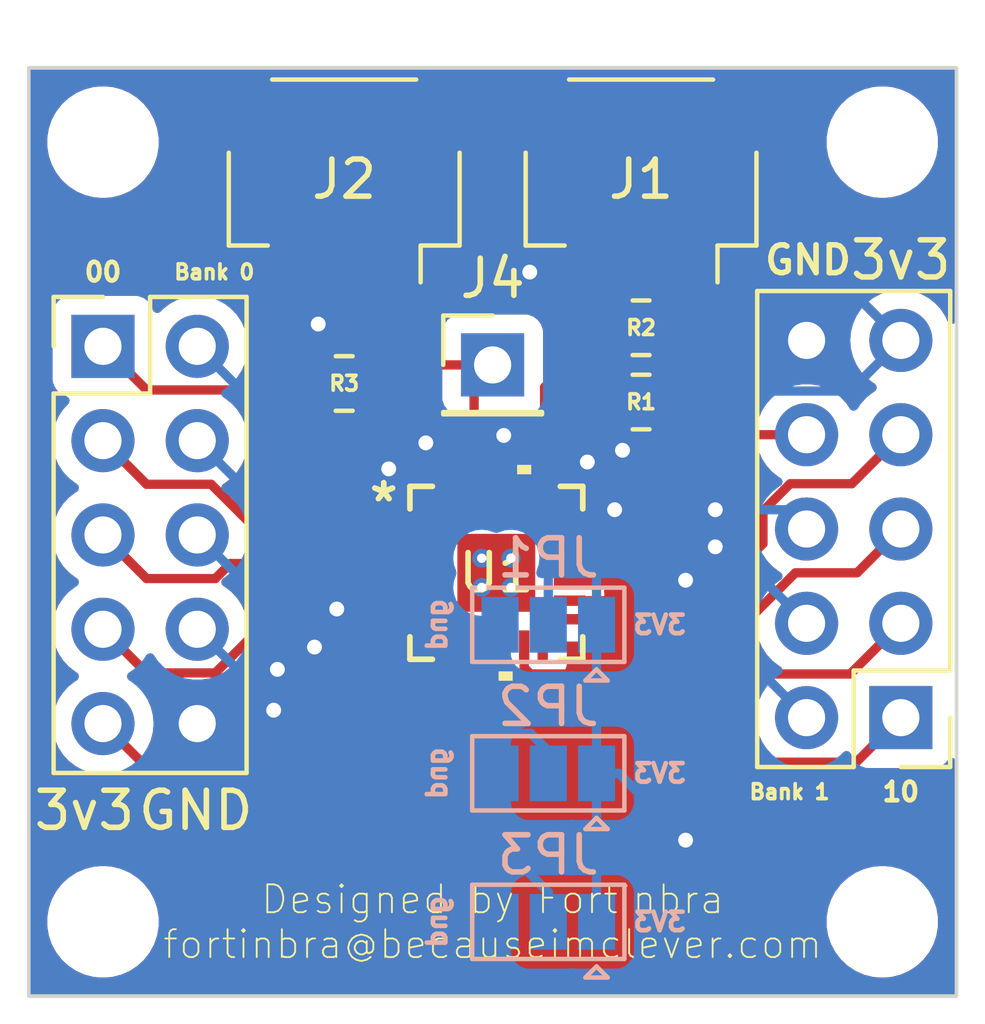
<source format=kicad_pcb>
(kicad_pcb (version 20221018) (generator pcbnew)
  (layers (0 "F.Cu" signal) (31 "B.Cu" signal) (34 "B.Paste" user) (35 "F.Paste" user) (36 "B.SilkS" user "B.Silkscreen") (37 "F.SilkS" user "F.Silkscreen") (38 "B.Mask" user) (39 "F.Mask" user) (44 "Edge.Cuts" user))
  (net 0 "")
  (net 1 "+3.3V")
  (net 2 "SDA")
  (net 3 "SCL")
  (net 4 "GND")
  (net 5 "P00")
  (net 6 "P01")
  (net 7 "P02")
  (net 8 "P03")
  (net 9 "P04")
  (net 10 "P06")
  (net 11 "P07")
  (net 12 "P10")
  (net 13 "P11")
  (net 14 "P12")
  (net 15 "P13")
  (net 16 "P14")
  (net 17 "P15")
  (net 18 "P16")
  (net 19 "P17")
  (net 20 "INT")
  (net 21 "A1")
  (net 22 "A2")
  (net 23 "P05")
  (net 24 "A0")
  (footprint "PCA9555RGER:RGE24_2P1X2P1" (layer "F.Cu") (at 170.6 87.6)
    (fp_text reference "U1" (at 0 0 unlocked) (layer "F.SilkS"))
    (fp_text value "PCA9555RGER")
    (fp_text user "*" (at -3.035 -1.881 unlocked) (layer "F.SilkS"))
    (fp_text user "*" (at -3.035 -1.881) (layer "F.SilkS"))
    (fp_line (start -2.329 -2.329) (end -2.329 -1.72274) (stroke (width 0.1524)) (layer "F.SilkS"))
    (fp_line (start -2.329 1.72274) (end -2.329 2.329) (stroke (width 0.1524)) (layer "F.SilkS"))
    (fp_line (start -2.329 2.329) (end -1.723055 2.329) (stroke (width 0.1524)) (layer "F.SilkS"))
    (fp_line (start -1.723055 -2.329) (end -2.329 -2.329) (stroke (width 0.1524)) (layer "F.SilkS"))
    (fp_line (start 1.723055 2.329) (end 2.329 2.329) (stroke (width 0.1524)) (layer "F.SilkS"))
    (fp_line (start 2.329 -2.329) (end 1.723055 -2.329) (stroke (width 0.1524)) (layer "F.SilkS"))
    (fp_line (start 2.329 -1.72274) (end 2.329 -2.329) (stroke (width 0.1524)) (layer "F.SilkS"))
    (fp_line (start 2.329 2.329) (end 2.329 1.72274) (stroke (width 0.1524)) (layer "F.SilkS"))
    (fp_poly (pts (xy 0.059563 2.654) (xy 0.059563 2.908) (xy 0.440563 2.908) (xy 0.440563 2.654)) (fill solid) (layer "F.SilkS"))
    (fp_poly (pts (xy 0.559689 -2.654) (xy 0.559689 -2.908) (xy 0.940689 -2.908) (xy 0.940689 -2.654)) (fill solid) (layer "F.SilkS"))
    (pad "1" smd rect (at -1.975 -1.25 90) (size 0.28 0.85) (layers "F.Cu" "F.Mask") (net 5 "P00"))
    (pad "2" smd rect (at -1.975 -0.750001 90) (size 0.28 0.85) (layers "F.Cu" "F.Mask") (net 6 "P01"))
    (pad "3" smd rect (at -1.975 -0.25 90) (size 0.28 0.85) (layers "F.Cu" "F.Mask") (net 7 "P02"))
    (pad "4" smd rect (at -1.975 0.25 90) (size 0.28 0.85) (layers "F.Cu" "F.Mask") (net 8 "P03"))
    (pad "5" smd rect (at -1.975 0.750001 90) (size 0.28 0.85) (layers "F.Cu" "F.Mask") (net 9 "P04"))
    (pad "6" smd rect (at -1.975 1.25 90) (size 0.28 0.85) (layers "F.Cu" "F.Mask") (net 23 "P05"))
    (pad "7" smd rect (at -1.250315 1.975) (size 0.28 0.85) (layers "F.Cu" "F.Mask") (net 10 "P06"))
    (pad "8" smd rect (at -0.750189 1.975) (size 0.28 0.85) (layers "F.Cu" "F.Mask") (net 11 "P07"))
    (pad "9" smd rect (at -0.250063 1.975) (size 0.28 0.85) (layers "F.Cu" "F.Mask") (net 4 "GND"))
    (pad "10" smd rect (at 0.250063 1.975) (size 0.28 0.85) (layers "F.Cu" "F.Mask") (net 12 "P10"))
    (pad "11" smd rect (at 0.750189 1.975) (size 0.28 0.85) (layers "F.Cu" "F.Mask") (net 13 "P11"))
    (pad "12" smd rect (at 1.250315 1.975) (size 0.28 0.85) (layers "F.Cu" "F.Mask") (net 14 "P12"))
    (pad "13" smd rect (at 1.975 1.25 90) (size 0.28 0.85) (layers "F.Cu" "F.Mask") (net 15 "P13"))
    (pad "14" smd rect (at 1.975 0.750001 90) (size 0.28 0.85) (layers "F.Cu" "F.Mask") (net 16 "P14"))
    (pad "15" smd rect (at 1.975 0.25 90) (size 0.28 0.85) (layers "F.Cu" "F.Mask") (net 17 "P15"))
    (pad "16" smd rect (at 1.975 -0.25 90) (size 0.28 0.85) (layers "F.Cu" "F.Mask") (net 18 "P16"))
    (pad "17" smd rect (at 1.975 -0.750001 90) (size 0.28 0.85) (layers "F.Cu" "F.Mask") (net 19 "P17"))
    (pad "18" smd rect (at 1.975 -1.25 90) (size 0.28 0.85) (layers "F.Cu" "F.Mask") (net 24 "A0"))
    (pad "19" smd rect (at 1.250315 -1.975) (size 0.28 0.85) (layers "F.Cu" "F.Mask") (net 3 "SCL"))
    (pad "20" smd rect (at 0.750189 -1.975) (size 0.28 0.85) (layers "F.Cu" "F.Mask") (net 2 "SDA"))
    (pad "21" smd rect (at 0.250063 -1.975) (size 0.28 0.85) (layers "F.Cu" "F.Mask") (net 1 "+3.3V"))
    (pad "22" smd rect (at -0.250063 -1.975) (size 0.28 0.85) (layers "F.Cu" "F.Mask") (net 20 "INT"))
    (pad "23" smd rect (at -0.750189 -1.975) (size 0.28 0.85) (layers "F.Cu" "F.Mask") (net 21 "A1"))
    (pad "24" smd rect (at -1.250315 -1.975) (size 0.28 0.85) (layers "F.Cu" "F.Mask") (net 22 "A2"))
    (pad "25" smd rect (at 0 0) (size 2.1 2.1) (layers "F.Cu") (net 4 "GND"))
    (pad "V" thru_hole circle (at -0.3937 -0.3937) (size 0.508 0.508) (drill 0.254) (layers "*.Cu" "*.Mask"))
    (pad "V" thru_hole circle (at -0.3937 0.3937) (size 0.508 0.508) (drill 0.254) (layers "*.Cu" "*.Mask"))
    (pad "V" thru_hole circle (at 0.3937 -0.3937) (size 0.508 0.508) (drill 0.254) (layers "*.Cu" "*.Mask"))
    (pad "V" thru_hole circle (at 0.3937 0.3937) (size 0.508 0.508) (drill 0.254) (layers "*.Cu" "*.Mask"))
  )
  (footprint "Connector_JST:JST_SH_SM04B-SRSS-TB_1x04-1MP_P1.00mm_Horizontal" (layer "F.Cu") (at 174.5 77 180)
    (fp_text reference "J1" (at 0 0) (layer "F.SilkS"))
    (fp_text value "Conn_01x04")
    (fp_line (start -3.11 -1.785) (end -2.06 -1.785) (stroke (width 0.12)) (layer "F.SilkS"))
    (fp_line (start -3.11 0.715) (end -3.11 -1.785) (stroke (width 0.12)) (layer "F.SilkS"))
    (fp_line (start -2.06 -1.785) (end -2.06 -2.775) (stroke (width 0.12)) (layer "F.SilkS"))
    (fp_line (start -1.94 2.685) (end 1.94 2.685) (stroke (width 0.12)) (layer "F.SilkS"))
    (fp_line (start 3.11 -1.785) (end 2.06 -1.785) (stroke (width 0.12)) (layer "F.SilkS"))
    (fp_line (start 3.11 0.715) (end 3.11 -1.785) (stroke (width 0.12)) (layer "F.SilkS"))
    (pad "1" smd roundrect (at -1.5 -2 180) (size 0.6 1.55) (layers "F.Cu" "F.Paste" "F.Mask") (net 4 "GND"))
    (pad "2" smd roundrect (at -0.5 -2 180) (size 0.6 1.55) (layers "F.Cu" "F.Paste" "F.Mask") (net 1 "+3.3V"))
    (pad "3" smd roundrect (at 0.5 -2 180) (size 0.6 1.55) (layers "F.Cu" "F.Paste" "F.Mask") (net 2 "SDA"))
    (pad "4" smd roundrect (at 1.5 -2 180) (size 0.6 1.55) (layers "F.Cu" "F.Paste" "F.Mask") (net 3 "SCL"))
    (pad "MP" smd roundrect (at -2.8 1.875 180) (size 1.2 1.8) (layers "F.Cu" "F.Paste" "F.Mask") (roundrect_rratio 0.208333))
    (pad "MP" smd roundrect (at 2.8 1.875 180) (size 1.2 1.8) (layers "F.Cu" "F.Paste" "F.Mask") (roundrect_rratio 0.208333))
  )
  (footprint "MountingHole:MountingHole_2.5mm" (layer "F.Cu") (at 181 97)
    (fp_text reference "H3" hide)
    (fp_text value "MountingHole" hide)
    (pad "" np_thru_hole circle (at 0 0) (size 2.5 2.5) (drill 2.5) (layers "*.Cu" "*.Mask"))
  )
  (footprint "MountingHole:MountingHole_2.5mm" (layer "F.Cu") (at 160 97)
    (fp_text reference "H4" hide)
    (fp_text value "MountingHole" hide)
    (pad "" np_thru_hole circle (at 0 0) (size 2.5 2.5) (drill 2.5) (layers "*.Cu" "*.Mask"))
  )
  (footprint "Resistor_SMD:R_0805_2012Metric_Pad1.20x1.40mm_HandSolder" (layer "F.Cu") (at 174.5 83 180)
    (fp_text reference "R1" (at 0 0) (layer "F.SilkS") (effects (font (size 0.4 0.4) (thickness 0.1))))
    (fp_text value "10k" hide)
    (fp_line (start -0.227064 -0.735) (end 0.227064 -0.735) (stroke (width 0.12)) (layer "F.SilkS"))
    (fp_line (start -0.227064 0.735) (end 0.227064 0.735) (stroke (width 0.12)) (layer "F.SilkS"))
    (pad "1" smd roundrect (at -1 0 180) (size 1.2 1.4) (layers "F.Cu" "F.Paste" "F.Mask") (roundrect_rratio 0.2083333333) (net 1 "+3.3V"))
    (pad "2" smd roundrect (at 1 0 180) (size 1.2 1.4) (layers "F.Cu" "F.Paste" "F.Mask") (roundrect_rratio 0.2083333333) (net 3 "SCL"))
  )
  (footprint "Resistor_SMD:R_0805_2012Metric_Pad1.20x1.40mm_HandSolder" (layer "F.Cu") (at 174.5 81 180)
    (fp_text reference "R2" (at 0 0) (layer "F.SilkS") (effects (font (size 0.4 0.4) (thickness 0.1))))
    (fp_text value "10k" hide)
    (fp_line (start -0.227064 -0.735) (end 0.227064 -0.735) (stroke (width 0.12)) (layer "F.SilkS"))
    (fp_line (start -0.227064 0.735) (end 0.227064 0.735) (stroke (width 0.12)) (layer "F.SilkS"))
    (pad "1" smd roundrect (at -1 0 180) (size 1.2 1.4) (layers "F.Cu" "F.Paste" "F.Mask") (roundrect_rratio 0.2083333333) (net 1 "+3.3V"))
    (pad "2" smd roundrect (at 1 0 180) (size 1.2 1.4) (layers "F.Cu" "F.Paste" "F.Mask") (roundrect_rratio 0.2083333333) (net 2 "SDA"))
  )
  (footprint "Connector_PinHeader_2.54mm:PinHeader_2x05_P2.54mm_Vertical" (layer "F.Cu") (at 181.5 91.5 180)
    (fp_text reference "J6" hide)
    (fp_text value "Conn_02x05_Odd_Even" hide)
    (fp_line (start -1.33 -1.33) (end 0 -1.33) (stroke (width 0.12)) (layer "F.SilkS"))
    (fp_line (start -1.33 0) (end -1.33 -1.33) (stroke (width 0.12)) (layer "F.SilkS"))
    (fp_line (start -1.33 1.27) (end -1.33 11.49) (stroke (width 0.12)) (layer "F.SilkS"))
    (fp_line (start -1.33 1.27) (end 1.27 1.27) (stroke (width 0.12)) (layer "F.SilkS"))
    (fp_line (start -1.33 11.49) (end 3.87 11.49) (stroke (width 0.12)) (layer "F.SilkS"))
    (fp_line (start 1.27 -1.33) (end 3.87 -1.33) (stroke (width 0.12)) (layer "F.SilkS"))
    (fp_line (start 1.27 1.27) (end 1.27 -1.33) (stroke (width 0.12)) (layer "F.SilkS"))
    (fp_line (start 3.87 -1.33) (end 3.87 11.49) (stroke (width 0.12)) (layer "F.SilkS"))
    (pad "1" thru_hole rect (at 0 0 180) (size 1.7 1.7) (drill 1) (layers "*.Cu" "*.Mask") (net 12 "P10"))
    (pad "2" thru_hole oval (at 2.54 0 180) (size 1.7 1.7) (drill 1) (layers "*.Cu" "*.Mask") (net 16 "P14"))
    (pad "3" thru_hole oval (at 0 2.54 180) (size 1.7 1.7) (drill 1) (layers "*.Cu" "*.Mask") (net 13 "P11"))
    (pad "4" thru_hole oval (at 2.54 2.54 180) (size 1.7 1.7) (drill 1) (layers "*.Cu" "*.Mask") (net 17 "P15"))
    (pad "5" thru_hole oval (at 0 5.08 180) (size 1.7 1.7) (drill 1) (layers "*.Cu" "*.Mask") (net 14 "P12"))
    (pad "6" thru_hole oval (at 2.54 5.08 180) (size 1.7 1.7) (drill 1) (layers "*.Cu" "*.Mask") (net 18 "P16"))
    (pad "7" thru_hole oval (at 0 7.62 180) (size 1.7 1.7) (drill 1) (layers "*.Cu" "*.Mask") (net 15 "P13"))
    (pad "8" thru_hole oval (at 2.54 7.62 180) (size 1.7 1.7) (drill 1) (layers "*.Cu" "*.Mask") (net 19 "P17"))
    (pad "9" thru_hole oval (at 0 10.16 180) (size 1.7 1.7) (drill 1) (layers "*.Cu" "*.Mask") (net 1 "+3.3V"))
    (pad "10" thru_hole oval (at 2.54 10.16 180) (size 1.7 1.7) (drill 1) (layers "*.Cu" "*.Mask") (net 4 "GND"))
  )
  (footprint "Connector_PinHeader_2.54mm:PinHeader_1x01_P2.54mm_Vertical" (layer "F.Cu") (at 170.5 82)
    (fp_text reference "J4" (at 0 -2.33) (layer "F.SilkS"))
    (fp_text value "Conn_01x01" hide)
    (fp_line (start -1.33 -1.33) (end 0 -1.33) (stroke (width 0.12)) (layer "F.SilkS"))
    (fp_line (start -1.33 0) (end -1.33 -1.33) (stroke (width 0.12)) (layer "F.SilkS"))
    (fp_line (start -1.33 1.27) (end -1.33 1.33) (stroke (width 0.12)) (layer "F.SilkS"))
    (fp_line (start -1.33 1.27) (end 1.33 1.27) (stroke (width 0.12)) (layer "F.SilkS"))
    (fp_line (start -1.33 1.33) (end 1.33 1.33) (stroke (width 0.12)) (layer "F.SilkS"))
    (fp_line (start 1.33 1.27) (end 1.33 1.33) (stroke (width 0.12)) (layer "F.SilkS"))
    (pad "1" thru_hole rect (at 0 0) (size 1.7 1.7) (drill 1) (layers "*.Cu" "*.Mask") (net 20 "INT"))
  )
  (footprint "Connector_JST:JST_SH_SM04B-SRSS-TB_1x04-1MP_P1.00mm_Horizontal" (layer "F.Cu") (at 166.5 77 180)
    (fp_text reference "J2" (at 0 0) (layer "F.SilkS"))
    (fp_text value "Conn_01x04")
    (fp_line (start -3.11 -1.785) (end -2.06 -1.785) (stroke (width 0.12)) (layer "F.SilkS"))
    (fp_line (start -3.11 0.715) (end -3.11 -1.785) (stroke (width 0.12)) (layer "F.SilkS"))
    (fp_line (start -2.06 -1.785) (end -2.06 -2.775) (stroke (width 0.12)) (layer "F.SilkS"))
    (fp_line (start -1.94 2.685) (end 1.94 2.685) (stroke (width 0.12)) (layer "F.SilkS"))
    (fp_line (start 3.11 -1.785) (end 2.06 -1.785) (stroke (width 0.12)) (layer "F.SilkS"))
    (fp_line (start 3.11 0.715) (end 3.11 -1.785) (stroke (width 0.12)) (layer "F.SilkS"))
    (pad "1" smd roundrect (at -1.5 -2 180) (size 0.6 1.55) (layers "F.Cu" "F.Paste" "F.Mask") (net 4 "GND"))
    (pad "2" smd roundrect (at -0.5 -2 180) (size 0.6 1.55) (layers "F.Cu" "F.Paste" "F.Mask") (net 1 "+3.3V"))
    (pad "3" smd roundrect (at 0.5 -2 180) (size 0.6 1.55) (layers "F.Cu" "F.Paste" "F.Mask") (net 2 "SDA"))
    (pad "4" smd roundrect (at 1.5 -2 180) (size 0.6 1.55) (layers "F.Cu" "F.Paste" "F.Mask") (net 3 "SCL"))
    (pad "MP" smd roundrect (at -2.8 1.875 180) (size 1.2 1.8) (layers "F.Cu" "F.Paste" "F.Mask") (roundrect_rratio 0.208333))
    (pad "MP" smd roundrect (at 2.8 1.875 180) (size 1.2 1.8) (layers "F.Cu" "F.Paste" "F.Mask") (roundrect_rratio 0.208333))
  )
  (footprint "Connector_PinHeader_2.54mm:PinHeader_2x05_P2.54mm_Vertical" (layer "F.Cu") (at 160 81.5)
    (fp_text reference "J3" hide)
    (fp_text value "Conn_02x05_Odd_Even" hide)
    (fp_line (start -1.33 -1.33) (end 0 -1.33) (stroke (width 0.12)) (layer "F.SilkS"))
    (fp_line (start -1.33 0) (end -1.33 -1.33) (stroke (width 0.12)) (layer "F.SilkS"))
    (fp_line (start -1.33 1.27) (end -1.33 11.49) (stroke (width 0.12)) (layer "F.SilkS"))
    (fp_line (start -1.33 1.27) (end 1.27 1.27) (stroke (width 0.12)) (layer "F.SilkS"))
    (fp_line (start -1.33 11.49) (end 3.87 11.49) (stroke (width 0.12)) (layer "F.SilkS"))
    (fp_line (start 1.27 -1.33) (end 3.87 -1.33) (stroke (width 0.12)) (layer "F.SilkS"))
    (fp_line (start 1.27 1.27) (end 1.27 -1.33) (stroke (width 0.12)) (layer "F.SilkS"))
    (fp_line (start 3.87 -1.33) (end 3.87 11.49) (stroke (width 0.12)) (layer "F.SilkS"))
    (pad "1" thru_hole rect (at 0 0) (size 1.7 1.7) (drill 1) (layers "*.Cu" "*.Mask") (net 5 "P00"))
    (pad "2" thru_hole oval (at 2.54 0) (size 1.7 1.7) (drill 1) (layers "*.Cu" "*.Mask") (net 9 "P04"))
    (pad "3" thru_hole oval (at 0 2.54) (size 1.7 1.7) (drill 1) (layers "*.Cu" "*.Mask") (net 6 "P01"))
    (pad "4" thru_hole oval (at 2.54 2.54) (size 1.7 1.7) (drill 1) (layers "*.Cu" "*.Mask") (net 23 "P05"))
    (pad "5" thru_hole oval (at 0 5.08) (size 1.7 1.7) (drill 1) (layers "*.Cu" "*.Mask") (net 7 "P02"))
    (pad "6" thru_hole oval (at 2.54 5.08) (size 1.7 1.7) (drill 1) (layers "*.Cu" "*.Mask") (net 10 "P06"))
    (pad "7" thru_hole oval (at 0 7.62) (size 1.7 1.7) (drill 1) (layers "*.Cu" "*.Mask") (net 8 "P03"))
    (pad "8" thru_hole oval (at 2.54 7.62) (size 1.7 1.7) (drill 1) (layers "*.Cu" "*.Mask") (net 11 "P07"))
    (pad "9" thru_hole oval (at 0 10.16) (size 1.7 1.7) (drill 1) (layers "*.Cu" "*.Mask") (net 1 "+3.3V"))
    (pad "10" thru_hole oval (at 2.54 10.16) (size 1.7 1.7) (drill 1) (layers "*.Cu" "*.Mask") (net 4 "GND"))
  )
  (footprint "Resistor_SMD:R_0805_2012Metric_Pad1.20x1.40mm_HandSolder" (layer "F.Cu") (at 166.5 82.5)
    (fp_text reference "R3" (at 0 0) (layer "F.SilkS") (effects (font (size 0.4 0.4) (thickness 0.1))))
    (fp_text value "10k" hide)
    (fp_line (start -0.227064 -0.735) (end 0.227064 -0.735) (stroke (width 0.12)) (layer "F.SilkS"))
    (fp_line (start -0.227064 0.735) (end 0.227064 0.735) (stroke (width 0.12)) (layer "F.SilkS"))
    (pad "1" smd roundrect (at -1 0) (size 1.2 1.4) (layers "F.Cu" "F.Paste" "F.Mask") (roundrect_rratio 0.2083333333) (net 1 "+3.3V"))
    (pad "2" smd roundrect (at 1 0) (size 1.2 1.4) (layers "F.Cu" "F.Paste" "F.Mask") (roundrect_rratio 0.2083333333) (net 20 "INT"))
  )
  (footprint "MountingHole:MountingHole_2.5mm" (layer "F.Cu") (at 181 76)
    (fp_text reference "H2" hide)
    (fp_text value "MountingHole" hide)
    (pad "" np_thru_hole circle (at 0 0) (size 2.5 2.5) (drill 2.5) (layers "*.Cu" "*.Mask"))
  )
  (footprint "MountingHole:MountingHole_2.5mm" (layer "F.Cu") (at 160 76)
    (fp_text reference "H1" hide)
    (fp_text value "MountingHole" hide)
    (pad "" np_thru_hole circle (at 0 0) (size 2.5 2.5) (drill 2.5) (layers "*.Cu" "*.Mask"))
  )
  (footprint "Jumper:SolderJumper-3_P1.3mm_Open_Pad1.0x1.5mm" (layer "B.Cu") (at 172 89 180)
    (fp_text reference "JP1" (at 0 1.8) (layer "B.SilkS") (effects (justify mirror)))
    (fp_text value "SolderJumper_3_Open" hide)
    (fp_line (start -2.05 -1) (end -2.05 1) (stroke (width 0.12)) (layer "B.SilkS"))
    (fp_line (start -2.05 1) (end 2.05 1) (stroke (width 0.12)) (layer "B.SilkS"))
    (fp_line (start -1.6 -1.5) (end -1 -1.5) (stroke (width 0.12)) (layer "B.SilkS"))
    (fp_line (start -1.3 -1.2) (end -1.6 -1.5) (stroke (width 0.12)) (layer "B.SilkS"))
    (fp_line (start -1.3 -1.2) (end -1 -1.5) (stroke (width 0.12)) (layer "B.SilkS"))
    (fp_line (start 2.05 -1) (end -2.05 -1) (stroke (width 0.12)) (layer "B.SilkS"))
    (fp_line (start 2.05 1) (end 2.05 -1) (stroke (width 0.12)) (layer "B.SilkS"))
    (pad "1" smd rect (at -1.3 0 180) (size 1 1.5) (layers "B.Cu" "B.Mask") (net 1 "+3.3V"))
    (pad "2" smd rect (at 0 0 180) (size 1 1.5) (layers "B.Cu" "B.Mask") (net 24 "A0"))
    (pad "3" smd rect (at 1.3 0 180) (size 1 1.5) (layers "B.Cu" "B.Mask") (net 4 "GND"))
  )
  (footprint "Jumper:SolderJumper-3_P1.3mm_Open_Pad1.0x1.5mm" (layer "B.Cu") (at 172 93 180)
    (fp_text reference "JP2" (at 0 1.8) (layer "B.SilkS") (effects (justify mirror)))
    (fp_text value "SolderJumper_3_Open" hide)
    (fp_line (start -2.05 -1) (end -2.05 1) (stroke (width 0.12)) (layer "B.SilkS"))
    (fp_line (start -2.05 1) (end 2.05 1) (stroke (width 0.12)) (layer "B.SilkS"))
    (fp_line (start -1.6 -1.5) (end -1 -1.5) (stroke (width 0.12)) (layer "B.SilkS"))
    (fp_line (start -1.3 -1.2) (end -1.6 -1.5) (stroke (width 0.12)) (layer "B.SilkS"))
    (fp_line (start -1.3 -1.2) (end -1 -1.5) (stroke (width 0.12)) (layer "B.SilkS"))
    (fp_line (start 2.05 -1) (end -2.05 -1) (stroke (width 0.12)) (layer "B.SilkS"))
    (fp_line (start 2.05 1) (end 2.05 -1) (stroke (width 0.12)) (layer "B.SilkS"))
    (pad "1" smd rect (at -1.3 0 180) (size 1 1.5) (layers "B.Cu" "B.Mask") (net 1 "+3.3V"))
    (pad "2" smd rect (at 0 0 180) (size 1 1.5) (layers "B.Cu" "B.Mask") (net 21 "A1"))
    (pad "3" smd rect (at 1.3 0 180) (size 1 1.5) (layers "B.Cu" "B.Mask") (net 4 "GND"))
  )
  (footprint "Jumper:SolderJumper-3_P1.3mm_Open_Pad1.0x1.5mm" (layer "B.Cu") (at 172 97 180)
    (fp_text reference "JP3" (at 0 1.8) (layer "B.SilkS") (effects (justify mirror)))
    (fp_text value "SolderJumper_3_Open" hide)
    (fp_line (start -2.05 -1) (end -2.05 1) (stroke (width 0.12)) (layer "B.SilkS"))
    (fp_line (start -2.05 1) (end 2.05 1) (stroke (width 0.12)) (layer "B.SilkS"))
    (fp_line (start -1.6 -1.5) (end -1 -1.5) (stroke (width 0.12)) (layer "B.SilkS"))
    (fp_line (start -1.3 -1.2) (end -1.6 -1.5) (stroke (width 0.12)) (layer "B.SilkS"))
    (fp_line (start -1.3 -1.2) (end -1 -1.5) (stroke (width 0.12)) (layer "B.SilkS"))
    (fp_line (start 2.05 -1) (end -2.05 -1) (stroke (width 0.12)) (layer "B.SilkS"))
    (fp_line (start 2.05 1) (end 2.05 -1) (stroke (width 0.12)) (layer "B.SilkS"))
    (pad "1" smd rect (at -1.3 0 180) (size 1 1.5) (layers "B.Cu" "B.Mask") (net 1 "+3.3V"))
    (pad "2" smd rect (at 0 0 180) (size 1 1.5) (layers "B.Cu" "B.Mask") (net 22 "A2"))
    (pad "3" smd rect (at 1.3 0 180) (size 1 1.5) (layers "B.Cu" "B.Mask") (net 4 "GND"))
  )
  (gr_rect (start 158 74) (end 183 99) (stroke (width 0.1)) (fill none) (layer "Edge.Cuts"))
  (gr_text "gnd" (at 169 97 90) (layer "B.SilkS") (effects (font (size 0.5 0.5) (thickness 0.125)) (justify mirror)))
  (gr_text "3V3" (at 175 89) (layer "B.SilkS") (effects (font (size 0.5 0.5) (thickness 0.125)) (justify mirror)))
  (gr_text "gnd" (at 169 89 90) (layer "B.SilkS") (effects (font (size 0.5 0.5) (thickness 0.125)) (justify mirror)))
  (gr_text "gnd" (at 169 93 90) (layer "B.SilkS") (effects (font (size 0.5 0.5) (thickness 0.125)) (justify mirror)))
  (gr_text "3V3" (at 175 97) (layer "B.SilkS") (effects (font (size 0.5 0.5) (thickness 0.125)) (justify mirror)))
  (gr_text "3V3" (at 175 93) (layer "B.SilkS") (effects (font (size 0.5 0.5) (thickness 0.125)) (justify mirror)))
  (gr_text "GND" (at 162.5 94) (layer "F.SilkS") (effects (font (size 1 1))))
  (gr_text "10" (at 181.5 93.5) (layer "F.SilkS") (effects (font (size 0.5 0.5) (thickness 0.125))))
  (gr_text "3v3" (at 181.5 79.176) (layer "F.SilkS") (effects (font (size 1 1))))
  (gr_text "GND" (at 179 79.176) (layer "F.SilkS") (effects (font (size 0.75 0.75))))
  (gr_text "Bank 1" (at 178.5 93.5) (layer "F.SilkS") (effects (font (size 0.4 0.4) (thickness 0.1))))
  (gr_text "Designed by Fortinbra\nfortinbra@becauseimclever.com" (at 170.5 97) (layer "F.SilkS") (effects (font (size 0.75 0.75) (thickness 0.05))))
  (gr_text "00" (at 160 79.5) (layer "F.SilkS") (effects (font (size 0.5 0.5) (thickness 0.125))))
  (gr_text "3v3" (at 159.5 94) (layer "F.SilkS") (effects (font (size 1 1))))
  (gr_text "Bank 0" (at 163 79.5) (layer "F.SilkS") (effects (font (size 0.4 0.4) (thickness 0.1))))
  (segment (start 175 82.5) (end 175.5 83) (width 0.25) (layer "F.Cu") (net 1))
  (segment (start 167 81) (end 165.5 82.5) (width 0.25) (layer "F.Cu") (net 1))
  (segment (start 180.325 80.165) (end 181.5 81.34) (width 0.25) (layer "F.Cu") (net 1))
  (segment (start 175.5 83) (end 175.5 83.825305) (width 0.25) (layer "F.Cu") (net 1))
  (segment (start 165.5 82.5) (end 165.5 81.2) (width 0.25) (layer "F.Cu") (net 1))
  (segment (start 163.14 94.8) (end 175.7 94.8) (width 0.25) (layer "F.Cu") (net 1))
  (segment (start 175.5 81) (end 176.335 80.165) (width 0.25) (layer "F.Cu") (net 1))
  (segment (start 175.5 83.825305) (end 174.300305 85.025) (width 0.25) (layer "F.Cu") (net 1))
  (segment (start 174.300305 85.025) (end 173.460719 85.025) (width 0.25) (layer "F.Cu") (net 1))
  (segment (start 165.5 81.2) (end 165.8 80.9) (width 0.25) (layer "F.Cu") (net 1))
  (segment (start 176.335 80.165) (end 180.325 80.165) (width 0.25) (layer "F.Cu") (net 1))
  (segment (start 160 91.66) (end 163.14 94.8) (width 0.25) (layer "F.Cu") (net 1))
  (segment (start 170.8 83.9) (end 170.850063 83.950063) (width 0.25) (layer "F.Cu") (net 1))
  (segment (start 167 79) (end 167 81) (width 0.25) (layer "F.Cu") (net 1))
  (segment (start 173.460719 85.025) (end 173.051789 84.61607) (width 0.25) (layer "F.Cu") (net 1))
  (segment (start 175 79) (end 175 82.5) (width 0.25) (layer "F.Cu") (net 1))
  (segment (start 170.850063 83.950063) (end 170.850063 85.625) (width 0.25) (layer "F.Cu") (net 1))
  (via (at 175.7 94.8) (size 0.8) (drill 0.4) (layers "F.Cu" "B.Cu") (net 1))
  (via (at 173.051789 84.61607) (size 0.8) (drill 0.4) (layers "F.Cu" "B.Cu") (net 1))
  (via (at 170.8 83.9) (size 0.8) (drill 0.4) (layers "F.Cu" "B.Cu") (net 1))
  (via (at 165.8 80.9) (size 0.8) (drill 0.4) (layers "F.Cu" "B.Cu") (net 1))
  (segment (start 175.7 94.8) (end 173.9 93) (width 0.25) (layer "B.Cu") (net 1))
  (segment (start 173.3 89) (end 173.3 87.2) (width 0.25) (layer "B.Cu") (net 1))
  (segment (start 165.8 80.9) (end 167.925 78.775) (width 0.25) (layer "B.Cu") (net 1))
  (segment (start 173.3 89) (end 173.3 97) (width 0.25) (layer "B.Cu") (net 1))
  (segment (start 177.795 82.705) (end 180.135 82.705) (width 0.25) (layer "B.Cu") (net 1))
  (segment (start 178.935 78.775) (end 181.5 81.34) (width 0.25) (layer "B.Cu") (net 1))
  (segment (start 173.9 93) (end 173.3 93) (width 0.25) (layer "B.Cu") (net 1))
  (segment (start 173.3 87.2) (end 177.795 82.705) (width 0.25) (layer "B.Cu") (net 1))
  (segment (start 167.925 78.775) (end 178.935 78.775) (width 0.25) (layer "B.Cu") (net 1))
  (segment (start 180.135 82.705) (end 181.5 81.34) (width 0.25) (layer "B.Cu") (net 1))
  (segment (start 173.051789 84.61607) (end 171.51607 84.61607) (width 0.25) (layer "B.Cu") (net 1))
  (segment (start 171.51607 84.61607) (end 170.8 83.9) (width 0.25) (layer "B.Cu") (net 1))
  (segment (start 174 80.5) (end 174 79) (width 0.25) (layer "F.Cu") (net 2))
  (segment (start 174 78.553249) (end 172.896751 77.45) (width 0.25) (layer "F.Cu") (net 2))
  (segment (start 165.375 80.1) (end 166 79.475) (width 0.25) (layer "F.Cu") (net 2))
  (segment (start 166 79.475) (end 166 79) (width 0.25) (layer "F.Cu") (net 2))
  (segment (start 165.103249 77.45) (end 164.375 78.178249) (width 0.25) (layer "F.Cu") (net 2))
  (segment (start 164.653249 80.1) (end 165.375 80.1) (width 0.25) (layer "F.Cu") (net 2))
  (segment (start 172.896751 77.45) (end 165.103249 77.45) (width 0.25) (layer "F.Cu") (net 2))
  (segment (start 174 79) (end 174 78.553249) (width 0.25) (layer "F.Cu") (net 2))
  (segment (start 171.350189 84.513415) (end 171.9 83.963604) (width 0.25) (layer "F.Cu") (net 2))
  (segment (start 164.375 78.178249) (end 164.375 79.821751) (width 0.25) (layer "F.Cu") (net 2))
  (segment (start 171.9 82.6) (end 173.5 81) (width 0.25) (layer "F.Cu") (net 2))
  (segment (start 173.5 81) (end 174 80.5) (width 0.25) (layer "F.Cu") (net 2))
  (segment (start 171.350189 85.625) (end 171.350189 84.513415) (width 0.25) (layer "F.Cu") (net 2))
  (segment (start 171.9 83.963604) (end 171.9 82.6) (width 0.25) (layer "F.Cu") (net 2))
  (segment (start 164.375 79.821751) (end 164.653249 80.1) (width 0.25) (layer "F.Cu") (net 2))
  (segment (start 172.5 79.5) (end 173 79) (width 0.25) (layer "F.Cu") (net 3))
  (segment (start 173 79) (end 171.9 77.9) (width 0.25) (layer "F.Cu") (net 3))
  (segment (start 171.850315 85.625) (end 171.850315 84.649685) (width 0.25) (layer "F.Cu") (net 3))
  (segment (start 171.5 79.5) (end 172.5 79.5) (width 0.25) (layer "F.Cu") (net 3))
  (segment (start 173.5 83.8) (end 174 84.3) (width 0.25) (layer "F.Cu") (net 3))
  (segment (start 165 78.553249) (end 165 79) (width 0.25) (layer "F.Cu") (net 3))
  (segment (start 173.5 83) (end 173.5 83.8) (width 0.25) (layer "F.Cu") (net 3))
  (segment (start 165.653249 77.9) (end 165 78.553249) (width 0.25) (layer "F.Cu") (net 3))
  (segment (start 171.850315 84.649685) (end 173.5 83) (width 0.25) (layer "F.Cu") (net 3))
  (segment (start 171.9 77.9) (end 165.653249 77.9) (width 0.25) (layer "F.Cu") (net 3))
  (via (at 171.5 79.5) (size 0.8) (drill 0.4) (layers "F.Cu" "B.Cu") (net 3))
  (via (at 174 84.3) (size 0.8) (drill 0.4) (layers "F.Cu" "B.Cu") (net 3))
  (segment (start 174 84.3) (end 174 82) (width 0.25) (layer "B.Cu") (net 3))
  (segment (start 174 82) (end 171.5 79.5) (width 0.25) (layer "B.Cu") (net 3))
  (segment (start 163.975 82.675) (end 167.65 86.35) (width 0.25) (layer "F.Cu") (net 5))
  (segment (start 167.65 86.35) (end 168.625 86.35) (width 0.25) (layer "F.Cu") (net 5))
  (segment (start 160 81.5) (end 161.175 82.675) (width 0.25) (layer "F.Cu") (net 5))
  (segment (start 161.175 82.675) (end 163.975 82.675) (width 0.25) (layer "F.Cu") (net 5))
  (segment (start 162.915 85.215) (end 161.175 85.215) (width 0.25) (layer "F.Cu") (net 6))
  (segment (start 161.175 85.215) (end 160 84.04) (width 0.25) (layer "F.Cu") (net 6))
  (segment (start 168.625 86.849999) (end 164.549999 86.849999) (width 0.25) (layer "F.Cu") (net 6))
  (segment (start 164.549999 86.849999) (end 162.915 85.215) (width 0.25) (layer "F.Cu") (net 6))
  (segment (start 161.175 87.755) (end 160 86.58) (width 0.25) (layer "F.Cu") (net 7))
  (segment (start 163.026701 87.755) (end 161.175 87.755) (width 0.25) (layer "F.Cu") (net 7))
  (segment (start 163.431701 87.35) (end 163.026701 87.755) (width 0.25) (layer "F.Cu") (net 7))
  (segment (start 168.625 87.35) (end 163.431701 87.35) (width 0.25) (layer "F.Cu") (net 7))
  (segment (start 163.026701 90.295) (end 161.175 90.295) (width 0.25) (layer "F.Cu") (net 8))
  (segment (start 165.471701 87.85) (end 163.026701 90.295) (width 0.25) (layer "F.Cu") (net 8))
  (segment (start 161.175 90.295) (end 160 89.12) (width 0.25) (layer "F.Cu") (net 8))
  (segment (start 168.625 87.85) (end 165.471701 87.85) (width 0.25) (layer "F.Cu") (net 8))
  (segment (start 166.524499 88.350001) (end 166.3 88.5745) (width 0.25) (layer "F.Cu") (net 9))
  (segment (start 168.625 88.350001) (end 166.524499 88.350001) (width 0.25) (layer "F.Cu") (net 9))
  (via (at 166.3 88.5745) (size 0.8) (drill 0.4) (layers "F.Cu" "B.Cu") (net 9))
  (segment (start 166.3 85.26) (end 162.54 81.5) (width 0.25) (layer "B.Cu") (net 9))
  (segment (start 166.3 88.5745) (end 166.3 85.26) (width 0.25) (layer "B.Cu") (net 9))
  (segment (start 164.825 90.325) (end 164.7 90.2) (width 0.25) (layer "F.Cu") (net 10))
  (segment (start 168.599685 90.325) (end 164.825 90.325) (width 0.25) (layer "F.Cu") (net 10))
  (segment (start 169.349685 89.575) (end 168.599685 90.325) (width 0.25) (layer "F.Cu") (net 10))
  (via (at 164.7 90.2) (size 0.8) (drill 0.4) (layers "F.Cu" "B.Cu") (net 10))
  (segment (start 164.7 88.74) (end 162.54 86.58) (width 0.25) (layer "B.Cu") (net 10))
  (segment (start 164.7 90.2) (end 164.7 88.74) (width 0.25) (layer "B.Cu") (net 10))
  (segment (start 168.839685 91.3) (end 164.6 91.3) (width 0.25) (layer "F.Cu") (net 11))
  (segment (start 169.849811 90.289874) (end 168.839685 91.3) (width 0.25) (layer "F.Cu") (net 11))
  (segment (start 169.849811 89.575) (end 169.849811 90.289874) (width 0.25) (layer "F.Cu") (net 11))
  (via (at 164.6 91.3) (size 0.8) (drill 0.4) (layers "F.Cu" "B.Cu") (net 11))
  (segment (start 164.6 91.18) (end 162.54 89.12) (width 0.25) (layer "B.Cu") (net 11))
  (segment (start 164.6 91.3) (end 164.6 91.18) (width 0.25) (layer "B.Cu") (net 11))
  (segment (start 170.850063 90.289874) (end 173.260189 92.7) (width 0.25) (layer "F.Cu") (net 12))
  (segment (start 170.850063 89.575) (end 170.850063 90.289874) (width 0.25) (layer "F.Cu") (net 12))
  (segment (start 180.3 92.7) (end 181.5 91.5) (width 0.25) (layer "F.Cu") (net 12))
  (segment (start 173.260189 92.7) (end 180.3 92.7) (width 0.25) (layer "F.Cu") (net 12))
  (segment (start 171.521585 90.325) (end 180.135 90.325) (width 0.25) (layer "F.Cu") (net 13))
  (segment (start 171.350189 89.575) (end 171.350189 90.153604) (width 0.25) (layer "F.Cu") (net 13))
  (segment (start 180.135 90.325) (end 181.5 88.96) (width 0.25) (layer "F.Cu") (net 13))
  (segment (start 171.350189 90.153604) (end 171.521585 90.325) (width 0.25) (layer "F.Cu") (net 13))
  (segment (start 171.850315 89.575) (end 176.683299 89.575) (width 0.25) (layer "F.Cu") (net 14))
  (segment (start 176.683299 89.575) (end 178.658299 87.6) (width 0.25) (layer "F.Cu") (net 14))
  (segment (start 180.32 87.6) (end 181.5 86.42) (width 0.25) (layer "F.Cu") (net 14))
  (segment (start 178.658299 87.6) (end 180.32 87.6) (width 0.25) (layer "F.Cu") (net 14))
  (segment (start 178.518299 85.2) (end 180.18 85.2) (width 0.25) (layer "F.Cu") (net 15))
  (segment (start 177.785 86.815) (end 177.785 85.933299) (width 0.25) (layer "F.Cu") (net 15))
  (segment (start 172.575 88.85) (end 175.75 88.85) (width 0.25) (layer "F.Cu") (net 15))
  (segment (start 177.785 85.933299) (end 178.518299 85.2) (width 0.25) (layer "F.Cu") (net 15))
  (segment (start 175.75 88.85) (end 177.785 86.815) (width 0.25) (layer "F.Cu") (net 15))
  (segment (start 180.18 85.2) (end 181.5 83.88) (width 0.25) (layer "F.Cu") (net 15))
  (segment (start 175.149999 88.350001) (end 175.7 87.8) (width 0.25) (layer "F.Cu") (net 16))
  (segment (start 172.575 88.350001) (end 175.149999 88.350001) (width 0.25) (layer "F.Cu") (net 16))
  (via (at 175.7 87.8) (size 0.8) (drill 0.4) (layers "F.Cu" "B.Cu") (net 16))
  (segment (start 175.7 88.24) (end 178.96 91.5) (width 0.25) (layer "B.Cu") (net 16))
  (segment (start 175.7 87.8) (end 175.7 88.24) (width 0.25) (layer "B.Cu") (net 16))
  (segment (start 174.624695 87.85) (end 175.574695 86.9) (width 0.25) (layer "F.Cu") (net 17))
  (segment (start 172.575 87.85) (end 174.624695 87.85) (width 0.25) (layer "F.Cu") (net 17))
  (segment (start 175.574695 86.9) (end 176.5 86.9) (width 0.25) (layer "F.Cu") (net 17))
  (via (at 176.5 86.9) (size 0.8) (drill 0.4) (layers "F.Cu" "B.Cu") (net 17))
  (segment (start 176.5 86.9) (end 176.9 86.9) (width 0.25) (layer "B.Cu") (net 17))
  (segment (start 176.9 86.9) (end 178.96 88.96) (width 0.25) (layer "B.Cu") (net 17))
  (segment (start 173.828299 87.35) (end 175.277802 85.900497) (width 0.25) (layer "F.Cu") (net 18))
  (segment (start 175.277802 85.900497) (end 176.5 85.900497) (width 0.25) (layer "F.Cu") (net 18))
  (segment (start 172.575 87.35) (end 173.828299 87.35) (width 0.25) (layer "F.Cu") (net 18))
  (via (at 176.5 85.900497) (size 0.8) (drill 0.4) (layers "F.Cu" "B.Cu") (net 18))
  (segment (start 176.5 85.900497) (end 178.440497 85.900497) (width 0.25) (layer "B.Cu") (net 18))
  (segment (start 178.440497 85.900497) (end 178.96 86.42) (width 0.25) (layer "B.Cu") (net 18))
  (segment (start 173.691904 86.849999) (end 176.661903 83.88) (width 0.25) (layer "F.Cu") (net 19))
  (segment (start 172.575 86.849999) (end 173.691904 86.849999) (width 0.25) (layer "F.Cu") (net 19))
  (segment (start 176.661903 83.88) (end 178.96 83.88) (width 0.25) (layer "F.Cu") (net 19))
  (segment (start 168 82) (end 170.5 82) (width 0.25) (layer "F.Cu") (net 20))
  (segment (start 170.349937 84.773856) (end 170 84.423919) (width 0.25) (layer "F.Cu") (net 20))
  (segment (start 170 82.5) (end 170.5 82) (width 0.25) (layer "F.Cu") (net 20))
  (segment (start 167.5 82.5) (end 168 82) (width 0.25) (layer "F.Cu") (net 20))
  (segment (start 170 84.423919) (end 170 82.5) (width 0.25) (layer "F.Cu") (net 20))
  (segment (start 170.349937 85.625) (end 170.349937 84.773856) (width 0.25) (layer "F.Cu") (net 20))
  (segment (start 169.849811 85.625) (end 169.849811 84.910126) (width 0.25) (layer "F.Cu") (net 21))
  (segment (start 169.039685 84.1) (end 168.7 84.1) (width 0.25) (layer "F.Cu") (net 21))
  (segment (start 169.849811 84.910126) (end 169.039685 84.1) (width 0.25) (layer "F.Cu") (net 21))
  (via (at 168.7 84.1) (size 0.8) (drill 0.4) (layers "F.Cu" "B.Cu") (net 21))
  (segment (start 171.525 91.925) (end 172 92.4) (width 0.25) (layer "B.Cu") (net 21))
  (segment (start 171.125 91.925) (end 171.525 91.925) (width 0.25) (layer "B.Cu") (net 21))
  (segment (start 172 92.4) (end 172 93) (width 0.25) (layer "B.Cu") (net 21))
  (segment (start 168.7 84.1) (end 169.3 84.7) (width 0.25) (layer "B.Cu") (net 21))
  (segment (start 169.3 84.7) (end 169.3 90.1) (width 0.25) (layer "B.Cu") (net 21))
  (segment (start 169.3 90.1) (end 171.125 91.925) (width 0.25) (layer "B.Cu") (net 21))
  (segment (start 168.525 85.625) (end 167.7 84.8) (width 0.25) (layer "F.Cu") (net 22))
  (segment (start 169.349685 85.625) (end 168.525 85.625) (width 0.25) (layer "F.Cu") (net 22))
  (via (at 167.7 84.8) (size 0.8) (drill 0.4) (layers "F.Cu" "B.Cu") (net 22))
  (segment (start 167.7 84.8) (end 167.7 91.9) (width 0.25) (layer "B.Cu") (net 22))
  (segment (start 172 96.2) (end 172 97) (width 0.25) (layer "B.Cu") (net 22))
  (segment (start 167.7 91.9) (end 172 96.2) (width 0.25) (layer "B.Cu") (net 22))
  (segment (start 167.875 89.6) (end 165.7 89.6) (width 0.25) (layer "F.Cu") (net 23))
  (segment (start 168.625 88.85) (end 167.875 89.6) (width 0.25) (layer "F.Cu") (net 23))
  (via (at 165.7 89.6) (size 0.8) (drill 0.4) (layers "F.Cu" "B.Cu") (net 23))
  (segment (start 165.7 89.6) (end 165.575 89.475) (width 0.25) (layer "B.Cu") (net 23))
  (segment (start 165.575 87.075) (end 162.54 84.04) (width 0.25) (layer "B.Cu") (net 23))
  (segment (start 165.575 89.475) (end 165.575 87.075) (width 0.25) (layer "B.Cu") (net 23))
  (segment (start 172.575 86.35) (end 173.337701 86.35) (width 0.25) (layer "F.Cu") (net 24))
  (segment (start 173.337701 86.35) (end 173.787701 85.9) (width 0.25) (layer "F.Cu") (net 24))
  (via (at 173.787701 85.9) (size 0.8) (drill 0.4) (layers "F.Cu" "B.Cu") (net 24))
  (segment (start 173.787701 85.9) (end 172 87.687701) (width 0.25) (layer "B.Cu") (net 24))
  (segment (start 172 87.687701) (end 172 89) (width 0.25) (layer "B.Cu") (net 24))
  (zone (net 4) (net_name "GND") (layers "F&B.Cu") (connect_pads yes (clearance 0.508)) (min_thickness 0.254) (fill yes (thermal_gap 0.508) (thermal_bridge_width 0.508))
    (polygon (pts (xy 183 99) (xy 158 99) (xy 158 74) (xy 183 74)))
  )
)
</source>
